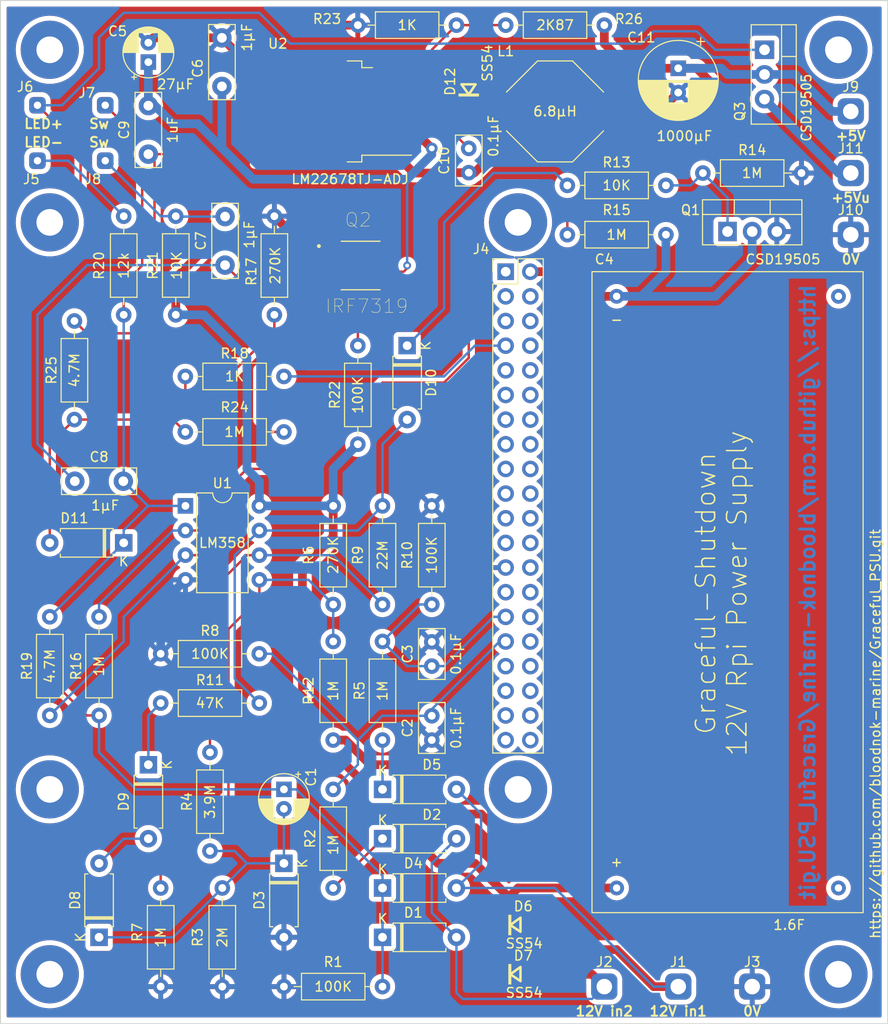
<source format=kicad_pcb>
(kicad_pcb (version 20211014) (generator pcbnew)
  (layers (0 "F.Cu" signal) (31 "B.Cu" signal) (34 "B.Paste" user) (35 "F.Paste" user) (36 "B.SilkS" user "B.Silkscreen") (37 "F.SilkS" user "F.Silkscreen") (38 "B.Mask" user) (39 "F.Mask" user) (44 "Edge.Cuts" user))
  (net 0 "")
  (net 1 "GND")
  (net 2 "Net-(C1-Pad1)")
  (net 3 "Net-(C10-Pad2)")
  (net 4 "Net-(C4-Pad2)")
  (net 5 "Net-(C2-Pad2)")
  (net 6 "Net-(C10-Pad1)")
  (net 7 "Net-(C5-Pad1)")
  (net 8 "Net-(C3-Pad1)")
  (net 9 "Net-(C4-Pad1)")
  (net 10 "Net-(D2-Pad1)")
  (net 11 "Net-(C8-Pad2)")
  (net 12 "Net-(D1-Pad2)")
  (net 13 "/A")
  (net 14 "Net-(C11-Pad1)")
  (net 15 "Net-(D4-Pad2)")
  (net 16 "Net-(D5-Pad1)")
  (net 22 "Net-(D9-Pad1)")
  (net 50 "/B")
  (net 54 "Net-(Q1-Pad1)")
  (net 55 "Net-(D11-Pad2)")
  (net 56 "Net-(J11-Pad1)")
  (net 57 "Net-(R4-Pad2)")
  (net 58 "Net-(D8-Pad2)")
  (net 59 "Net-(J5-Pad1)")
  (net 62 "Net-(D8-Pad1)")
  (net 63 "Net-(D10-Pad2)")
  (net 64 "Net-(D10-Pad1)")
  (net 65 "Net-(R15-Pad2)")
  (net 66 "Net-(R16-Pad2)")
  (net 67 "Net-(C9-Pad1)")
  (net 68 "Net-(J4-Pad7)")
  (net 69 "Net-(R23-Pad1)")
  (net 70 "Net-(R12-Pad1)")
  (footprint "Diode_THT:D_A-405_P7.62mm_Horizontal" (layer "F.Cu") (at 134.62 172.72)
    (fp_text reference "D4")
    (fp_text value "D" hide)
  )
  (footprint "Capacitor_THT:CP_Radial_D8.0mm_P2.50mm" (layer "F.Cu") (at 165.1 88.265 -90)
    (fp_text reference "C11")
    (fp_text value "1000μF")
  )
  (footprint "Resistor_THT:R_Axial_DIN0207_L6.3mm_D2.5mm_P10.16mm_Horizontal" (layer "F.Cu") (at 129.54 172.72 90)
    (fp_text reference "R2")
    (fp_text value "1M")
  )
  (footprint "Resistor_THT:R_Axial_DIN0207_L6.3mm_D2.5mm_P10.16mm_Horizontal" (layer "F.Cu") (at 134.62 182.88 180)
    (fp_text reference "R1")
    (fp_text value "100K")
  )
  (footprint "Resistor_THT:R_Axial_DIN0207_L6.3mm_D2.5mm_P10.16mm_Horizontal" (layer "F.Cu") (at 129.54 147.32 -90)
    (fp_text reference "R12")
    (fp_text value "1M")
  )
  (footprint "my_extras:DO-214AC" (layer "F.Cu") (at 148.59 176.53)
    (fp_text reference "D6")
    (fp_text value "SS54")
  )
  (footprint "Resistor_THT:R_Axial_DIN0207_L6.3mm_D2.5mm_P10.16mm_Horizontal" (layer "F.Cu") (at 113.315 113.665 90)
    (fp_text reference "R21")
    (fp_text value "10K")
  )
  (footprint "my_extras:SolderConnector - HighCurrent" (layer "F.Cu") (at 182.88 92.71)
    (fp_text reference "J9")
    (fp_text value "+5V" hide)
  )
  (footprint "Package_TO_SOT_THT:TO-220-3_Vertical" (layer "F.Cu") (at 170.18 105.085)
    (fp_text reference "Q1")
    (fp_text value "CSD19505")
  )
  (footprint "Resistor_THT:R_Axial_DIN0207_L6.3mm_D2.5mm_P10.16mm_Horizontal" (layer "F.Cu") (at 134.62 143.51 90)
    (fp_text reference "R9")
    (fp_text value "22M")
  )
  (footprint "my_extras:pihole" (layer "F.Cu") (at 100.33 162.56)
    (fp_text reference "REF**" hide)
    (fp_text value "pihole" hide)
  )
  (footprint "Resistor_THT:R_Axial_DIN0207_L6.3mm_D2.5mm_P10.16mm_Horizontal" (layer "F.Cu") (at 111.76 172.72 -90)
    (fp_text reference "R7")
    (fp_text value "1M")
  )
  (footprint "Capacitor_THT:C_Disc_D7.5mm_W2.5mm_P5.00mm" (layer "F.Cu") (at 110.49 97.115 90)
    (fp_text reference "C9")
    (fp_text value "1uF")
  )
  (footprint "Resistor_THT:R_Axial_DIN0207_L6.3mm_D2.5mm_P10.16mm_Horizontal" (layer "F.Cu") (at 139.7 133.35 -90)
    (fp_text reference "R10")
    (fp_text value "100K")
  )
  (footprint "Resistor_THT:R_Axial_DIN0207_L6.3mm_D2.5mm_P10.16mm_Horizontal" (layer "F.Cu") (at 147.32 83.82)
    (fp_text reference "R26")
    (fp_text value "2K87")
  )
  (footprint "Resistor_THT:R_Axial_DIN0207_L6.3mm_D2.5mm_P10.16mm_Horizontal" (layer "F.Cu") (at 105.41 154.94 90)
    (fp_text reference "R16")
    (fp_text value "1M")
  )
  (footprint "Package_DIP:DIP-8_W7.62mm" (layer "F.Cu") (at 114.31 133.35)
    (fp_text reference "U1")
    (fp_text value "LM358")
  )
  (footprint "my_extras:pihole" (layer "F.Cu") (at 100.33 104.14)
    (fp_text reference "REF**" hide)
    (fp_text value "pihole" hide)
  )
  (footprint "Resistor_THT:R_Axial_DIN0207_L6.3mm_D2.5mm_P10.16mm_Horizontal" (layer "F.Cu") (at 100.33 154.94 90)
    (fp_text reference "R19")
    (fp_text value "4.7M")
  )
  (footprint "Capacitor_THT:CP_Radial_D5.0mm_P2.00mm" (layer "F.Cu") (at 110.49 87.63 90)
    (fp_text reference "C5")
    (fp_text value "27μF")
  )
  (footprint "Resistor_THT:R_Axial_DIN0207_L6.3mm_D2.5mm_P10.16mm_Horizontal" (layer "F.Cu") (at 129.54 133.35 -90)
    (fp_text reference "R6")
    (fp_text value "270K")
  )
  (footprint "Capacitor_THT:C_Disc_D7.5mm_W2.5mm_P5.00mm" (layer "F.Cu") (at 118.07 90.13 90)
    (fp_text reference "C6")
    (fp_text value "1μF")
  )
  (footprint "my_extras:SolderConnector" (layer "F.Cu") (at 106.045 92.075)
    (fp_text reference "J7")
    (fp_text value "Sw" hide)
  )
  (footprint "Capacitor_THT:C_Disc_D5.0mm_W2.5mm_P2.50mm" (layer "F.Cu") (at 143.51 96.52 -90)
    (fp_text reference "C10")
    (fp_text value "0.1μF")
  )
  (footprint "Capacitor_THT:C_Disc_D7.5mm_W2.5mm_P5.00mm" (layer "F.Cu") (at 102.91 130.81)
    (fp_text reference "C8")
    (fp_text value "1μF")
  )
  (footprint "Resistor_THT:R_Axial_DIN0207_L6.3mm_D2.5mm_P10.16mm_Horizontal" (layer "F.Cu") (at 163.83 105.41 180)
    (fp_text reference "R15")
    (fp_text value "1M")
  )
  (footprint "Resistor_THT:R_Axial_DIN0207_L6.3mm_D2.5mm_P10.16mm_Horizontal" (layer "F.Cu") (at 124.46 125.73 180)
    (fp_text reference "R24")
    (fp_text value "1M")
  )
  (footprint "my_extras:SolderConnector - HighCurrent" (layer "F.Cu") (at 172.72 182.88)
    (fp_text reference "J3")
    (fp_text value "0v")
  )
  (footprint "" (layer "F.Cu") (at 181.61 181.61)
    (fp_text reference "")
    (fp_text value "")
  )
  (footprint "Resistor_THT:R_Axial_DIN0207_L6.3mm_D2.5mm_P10.16mm_Horizontal" (layer "F.Cu") (at 118.11 172.72 -90)
    (fp_text reference "R3")
    (fp_text value "2M")
  )
  (footprint "my_extras:pihole" (layer "F.Cu") (at 148.59 162.56)
    (fp_text reference "REF**" hide)
    (fp_text value "pihole" hide)
  )
  (footprint "my_extras:DO-214AC" (layer "F.Cu") (at 143.51 90.17 90)
    (fp_text reference "D12")
    (fp_text value "SS54")
  )
  (footprint "Diode_THT:D_A-405_P7.62mm_Horizontal" (layer "F.Cu") (at 134.62 177.8)
    (fp_text reference "D1")
    (fp_text value "D" hide)
  )
  (footprint "Package_TO_SOT_SMD:TO-263-7_TabPin8" (layer "F.Cu") (at 129.54 92.71 180)
    (fp_text reference "U2")
    (fp_text value "LM22678TJ-ADJ")
  )
  (footprint "Resistor_THT:R_Axial_DIN0207_L6.3mm_D2.5mm_P10.16mm_Horizontal" (layer "F.Cu") (at 107.95 103.505 -90)
    (fp_text reference "R20")
    (fp_text value "12k")
  )
  (footprint "Diode_THT:D_A-405_P7.62mm_Horizontal" (layer "F.Cu") (at 124.46 170.18 -90)
    (fp_text reference "D3")
    (fp_text value "D" hide)
  )
  (footprint "my_extras:DO-214AC" (layer "F.Cu") (at 148.59 181.61)
    (fp_text reference "D7")
    (fp_text value "SS54")
  )
  (footprint "" (layer "F.Cu") (at 100.33 181.61)
    (fp_text reference "")
    (fp_text value "")
  )
  (footprint "Diode_THT:D_A-405_P7.62mm_Horizontal" (layer "F.Cu") (at 137.16 116.84 -90)
    (fp_text reference "D10")
    (fp_text value "6.8V")
  )
  (footprint "my_extras:SOIC127P600X175-8N" (layer "F.Cu") (at 132.365 108.585)
    (fp_text reference "Q2")
    (fp_text value "IRF7319")
  )
  (footprint "Diode_THT:D_A-405_P7.62mm_Horizontal" (layer "F.Cu") (at 134.62 162.56)
    (fp_text reference "D5")
    (fp_text value "D")
  )
  (footprint "Diode_THT:D_A-405_P7.62mm_Horizontal" (layer "F.Cu") (at 105.41 177.8 90)
    (fp_text reference "D8")
    (fp_text value "6.8V")
  )
  (footprint "my_extras:SolderConnector - HighCurrent" (layer "F.Cu") (at 182.88 99.06)
    (fp_text reference "J11")
    (fp_text value "+5Vu" hide)
  )
  (footprint "Resistor_THT:R_Axial_DIN0207_L6.3mm_D2.5mm_P10.16mm_Horizontal" (layer "F.Cu") (at 153.67 100.33)
    (fp_text reference "R13")
    (fp_text value "10K")
  )
  (footprint "my_extras:SolderConnector" (layer "F.Cu") (at 99.06 92.075)
    (fp_text reference "J6")
    (fp_text value "LED+" hide)
  )
  (footprint "Diode_THT:D_A-405_P7.62mm_Horizontal" (layer "F.Cu") (at 107.95 137.16 180)
    (fp_text reference "D11")
    (fp_text value "D")
  )
  (footprint "Resistor_THT:R_Axial_DIN0207_L6.3mm_D2.5mm_P10.16mm_Horizontal" (layer "F.Cu") (at 116.84 168.91 90)
    (fp_text reference "R4")
    (fp_text value "3.9M")
  )
  (footprint "Connector_PinHeader_2.54mm:PinHeader_2x20_P2.54mm_Vertical" (layer "F.Cu") (at 147.315 109.225)
    (fp_text reference "J4")
    (fp_text value "Conn_02x20_Odd_Even" hide)
  )
  (footprint "Resistor_THT:R_Axial_DIN0207_L6.3mm_D2.5mm_P10.16mm_Horizontal" (layer "F.Cu") (at 114.3 120.015)
    (fp_text reference "R18")
    (fp_text value "1K")
  )
  (footprint "my_extras:pihole" (layer "F.Cu") (at 148.59 104.14)
    (fp_text reference "REF**" hide)
    (fp_text value "pihole" hide)
  )
  (footprint "Resistor_THT:R_Axial_DIN0207_L6.3mm_D2.5mm_P10.16mm_Horizontal" (layer "F.Cu") (at 142.24 83.82 180)
    (fp_text reference "R23")
    (fp_text value "1K")
  )
  (footprint "Resistor_THT:R_Axial_DIN0207_L6.3mm_D2.5mm_P10.16mm_Horizontal" (layer "F.Cu") (at 132.08 127 90)
    (fp_text reference "R22")
    (fp_text value "100K")
  )
  (footprint "my_extras:SolderConnector - HighCurrent" (layer "F.Cu") (at 182.88 105.41)
    (fp_text reference "J10")
    (fp_text value "0V" hide)
  )
  (footprint "Resistor_THT:R_Axial_DIN0207_L6.3mm_D2.5mm_P10.16mm_Horizontal" (layer "F.Cu") (at 134.62 157.48 90)
    (fp_text reference "R5")
    (fp_text value "1M")
  )
  (footprint "" (layer "F.Cu") (at 100.33 86.36)
    (fp_text reference "")
    (fp_text value "")
  )
  (footprint "Capacitor_THT:C_Disc_D7.5mm_W2.5mm_P5.00mm" (layer "F.Cu") (at 118.395 108.545 90)
    (fp_text reference "C7")
    (fp_text value "1μF")
  )
  (footprint "" (layer "F.Cu") (at 181.61 86.36)
    (fp_text reference "")
    (fp_text value "")
  )
  (footprint "Capacitor_THT:C_Disc_D5.0mm_W2.5mm_P2.50mm" (layer "F.Cu") (at 139.7 149.86 90)
    (fp_text reference "C3")
    (fp_text value "0.1μF")
  )
  (footprint "Resistor_THT:R_Axial_DIN0207_L6.3mm_D2.5mm_P10.16mm_Horizontal" (layer "F.Cu") (at 111.76 153.67)
    (fp_text reference "R11")
    (fp_text value "47K")
  )
  (footprint "Package_TO_SOT_THT:TO-220-3_Vertical" (layer "F.Cu") (at 173.99 86.36 -90)
    (fp_text reference "Q3")
    (fp_text value "CSD19505")
  )
  (footprint "Resistor_THT:R_Axial_DIN0207_L6.3mm_D2.5mm_P10.16mm_Horizontal" (layer "F.Cu") (at 102.87 124.46 90)
    (fp_text reference "R25")
    (fp_text value "4.7M")
  )
  (footprint "my_extras:SolderConnector" (layer "F.Cu") (at 106.045 97.79)
    (fp_text reference "J8")
    (fp_text value "Sw" hide)
  )
  (footprint "Resistor_THT:R_Axial_DIN0207_L6.3mm_D2.5mm_P10.16mm_Horizontal" (layer "F.Cu") (at 111.76 148.59)
    (fp_text reference "R8")
    (fp_text value "100K")
  )
  (footprint "Diode_THT:D_A-405_P7.62mm_Horizontal" (layer "F.Cu") (at 134.62 167.64)
    (fp_text reference "D2")
    (fp_text value "D" hide)
  )
  (footprint "Capacitor_THT:CP_Radial_D5.0mm_P2.00mm" (layer "F.Cu") (at 124.46 162.56 -90)
    (fp_text reference "C1")
    (fp_text value "10uF")
  )
  (footprint "Inductor_SMD:L_Bourns-SRU1028_10.0x10.0mm" (layer "F.Cu") (at 152.4 92.71)
    (fp_text reference "L1")
    (fp_text value "6.8μH")
  )
  (footprint "Capacitor_THT:C_Disc_D5.0mm_W2.5mm_P2.50mm" (layer "F.Cu") (at 139.7 157.48 90)
    (fp_text reference "C2")
    (fp_text value "0.1μF")
  )
  (footprint "my_extras:SolderConnector - HighCurrent" (layer "F.Cu") (at 157.48 182.88)
    (fp_text reference "J2")
    (fp_text value "+12V in2" hide)
  )
  (footprint "my_extras:SuperCapacitor Module" (layer "F.Cu") (at 168.91 154.94 180)
    (fp_text reference "C4")
    (fp_text value "1.6F")
  )
  (footprint "Resistor_THT:R_Axial_DIN0207_L6.3mm_D2.5mm_P10.16mm_Horizontal" (layer "F.Cu") (at 123.475 113.665 90)
    (fp_text reference "R17")
    (fp_text value "270K")
  )
  (footprint "my_extras:SolderConnector - HighCurrent" (layer "F.Cu") (at 165.1 182.88)
    (fp_text reference "J1")
    (fp_text value "+12V in1" hide)
  )
  (footprint "my_extras:SolderConnector" (layer "F.Cu") (at 99.06 97.79)
    (fp_text reference "J5")
    (fp_text value "LED-" hide)
  )
  (footprint "Resistor_THT:R_Axial_DIN0207_L6.3mm_D2.5mm_P10.16mm_Horizontal" (layer "F.Cu") (at 167.64 99.06)
    (fp_text reference "R14")
    (fp_text value "1M")
  )
  (footprint "Diode_THT:D_A-405_P7.62mm_Horizontal" (layer "F.Cu") (at 110.49 160.02 -90)
    (fp_text reference "D9")
    (fp_text value "D")
  )
  (gr_rect (start 186.69 81.28) (end 95.25 186.69) (layer "Edge.Cuts") (width 0.1) (fill none))
  (gr_text "https://github.com/bloodnok-marine/Graceful_PSU.git" (at 178.435 142.24 90) (layer "B.Cu") (effects (font (size 1.5 1.5) (thickness 0.3)) (justify mirror)))
  (gr_text "12V in2" (at 157.48 185.42) (layer "F.SilkS") (effects (font (size 1 1) (thickness 0.2))))
  (gr_text "LED+" (at 99.695 93.98) (layer "F.SilkS") (effects (font (size 1 1) (thickness 0.2))))
  (gr_text "+5V" (at 182.88 95.25) (layer "F.SilkS") (effects (font (size 1 1) (thickness 0.2))))
  (gr_text "https://github.com/bloodnok-marine/Graceful_PSU.git\n" (at 185.42 156.845 90) (layer "F.SilkS") (effects (font (size 1 1))))
  (gr_text "12V in1" (at 165.1 185.42) (layer "F.SilkS") (effects (font (size 1 1) (thickness 0.2))))
  (gr_text "+5Vu" (at 182.88 101.6) (layer "F.SilkS") (effects (font (size 1 1) (thickness 0.2))))
  (gr_text "LED-" (at 99.695 95.885) (layer "F.SilkS") (effects (font (size 1 1) (thickness 0.2))))
  (gr_text "0V" (at 172.72 185.42) (layer "F.SilkS") (effects (font (size 1 1) (thickness 0.2))))
  (gr_text "Sw" (at 105.41 93.98) (layer "F.SilkS") (effects (font (size 1 1) (thickness 0.2))))
  (gr_text "Graceful-Shutdown \n12V Rpi Power Supply " (at 169.545 141.605 90) (layer "F.SilkS") (effects (font (size 2 2))))
  (gr_text "Sw" (at 105.41 95.885) (layer "F.SilkS") (effects (font (size 1 1) (thickness 0.2))))
  (gr_text "0V" (at 182.88 107.95) (layer "F.SilkS") (effects (font (size 1 1) (thickness 0.2))))
  (segment (start 153.035 94.615) (end 154.305 95.885) (width 0.9) (layer "F.Cu") (net 1))
  (segment (start 153.035 90.805) (end 153.035 94.615) (width 0.9) (layer "F.Cu") (net 1))
  (segment (start 135.315 92.71) (end 126.165 92.71) (width 0.9) (layer "F.Cu") (net 1))
  (segment (start 154.305 95.885) (end 159.98 95.885) (width 0.9) (layer "F.Cu") (net 1))
  (segment (start 126.65 106.68) (end 123.475 103.505) (width 0.9) (layer "F.Cu") (net 1))
  (segment (start 110.99 85.13) (end 110.49 85.63) (width 0.9) (layer "F.Cu") (net 1))
  (segment (start 129.54 83.82) (end 126.165 87.195) (width 0.9) (layer "F.Cu") (net 1))
  (segment (start 159.98 95.885) (end 165.1 90.765) (width 0.9) (layer "F.Cu") (net 1))
  (segment (start 118.07 85.13) (end 110.99 85.13) (width 0.9) (layer "F.Cu") (net 1))
  (segment (start 135.315 92.71) (end 138.92 92.71) (width 0.9) (layer "F.Cu") (net 1))
  (segment (start 126.165 87.195) (end 126.165 92.71) (width 0.9) (layer "F.Cu") (net 1))
  (segment (start 125.65 92.71) (end 126.165 92.71) (width 0.9) (layer "F.Cu") (net 1))
  (segment (start 129.89 106.68) (end 126.65 106.68) (width 0.9) (layer "F.Cu") (net 1))
  (segment (start 118.07 85.13) (end 125.65 92.71) (width 0.9) (layer "F.Cu") (net 1))
  (segment (start 138.92 92.71) (end 143.51 88.12) (width 0.9) (layer "F.Cu") (net 1))
  (segment (start 150.35 88.12) (end 153.035 90.805) (width 0.9) (layer "F.Cu") (net 1))
  (segment (start 143.51 88.12) (end 150.35 88.12) (width 0.9) (layer "F.Cu") (net 1))
  (segment (start 132.08 83.82) (end 129.54 83.82) (width 0.9) (layer "F.Cu") (net 1))
  (segment (start 111.76 148.59) (end 111.76 143.52) (width 0.9) (layer "B.Cu") (net 1))
  (segment (start 111.76 143.52) (end 114.31 140.97) (width 0.9) (layer "B.Cu") (net 1))
  (segment (start 103.505 96.52) (end 103.505 101.6) (width 0.25) (layer "F.Cu") (net 2))
  (segment (start 104.775 106.045) (end 97.79 113.03) (width 0.25) (layer "F.Cu") (net 2))
  (segment (start 97.79 113.03) (end 97.79 119.38) (width 0.25) (layer "F.Cu") (net 2))
  (segment (start 99.06 92.075) (end 103.505 96.52) (width 0.25) (layer "F.Cu") (net 2))
  (segment (start 103.505 101.6) (end 104.775 102.87) (width 0.25) (layer "F.Cu") (net 2))
  (segment (start 104.775 102.87) (end 104.775 106.045) (width 0.25) (layer "F.Cu") (net 2))
  (segment (start 97.79 148.59) (end 97.79 118.11) (width 0.25) (layer "F.Cu") (net 2))
  (segment (start 105.41 154.94) (end 104.14 154.94) (width 0.25) (layer "F.Cu") (net 2))
  (segment (start 104.14 154.94) (end 97.79 148.59) (width 0.25) (layer "F.Cu") (net 2))
  (segment (start 101.6 92.075) (end 99.06 92.075) (width 0.25) (layer "B.Cu") (net 2))
  (segment (start 167.005 84.455) (end 162.56 84.455) (width 0.25) (layer "B.Cu") (net 2))
  (segment (start 134.62 177.8) (end 134.62 182.88) (width 0.25) (layer "B.Cu") (net 2))
  (segment (start 161.29 85.725) (end 125.095 85.725) (width 0.25) (layer "B.Cu") (net 2))
  (segment (start 134.62 172.72) (end 134.62 177.8) (width 0.25) (layer "B.Cu") (net 2))
  (segment (start 134.62 171.45) (end 125.73 162.56) (width 0.25) (layer "B.Cu") (net 2))
  (segment (start 121.92 82.55) (end 107.95 82.55) (width 0.25) (layer "B.Cu") (net 2))
  (segment (start 125.095 85.725) (end 121.92 82.55) (width 0.25) (layer "B.Cu") (net 2))
  (segment (start 125.73 162.56) (end 124.46 162.56) (width 0.25) (layer "B.Cu") (net 2))
  (segment (start 105.41 88.265) (end 101.6 92.075) (width 0.25) (layer "B.Cu") (net 2))
  (segment (start 124.46 162.56) (end 109.22 162.56) (width 0.25) (layer "B.Cu") (net 2))
  (segment (start 168.91 86.36) (end 167.005 84.455) (width 0.25) (layer "B.Cu") (net 2))
  (segment (start 162.56 84.455) (end 161.29 85.725) (width 0.25) (layer "B.Cu") (net 2))
  (segment (start 173.99 86.36) (end 168.91 86.36) (width 0.25) (layer "B.Cu") (net 2))
  (segment (start 105.41 85.09) (end 105.41 88.265) (width 0.25) (layer "B.Cu") (net 2))
  (segment (start 134.62 172.72) (end 134.62 171.45) (width 0.25) (layer "B.Cu") (net 2))
  (segment (start 107.95 82.55) (end 105.41 85.09) (width 0.25) (layer "B.Cu") (net 2))
  (segment (start 105.41 158.75) (end 105.41 154.94) (width 0.25) (layer "B.Cu") (net 2))
  (segment (start 109.22 162.56) (end 105.41 158.75) (width 0.25) (layer "B.Cu") (net 2))
  (segment (start 143.51 99.02) (end 144.105 99.02) (width 0.9) (layer "F.Cu") (net 3))
  (segment (start 141.01 99.02) (end 143.51 99.02) (width 0.9) (layer "F.Cu") (net 3))
  (segment (start 147.9 95.225) (end 147.9 92.71) (width 0.9) (layer "F.Cu") (net 3))
  (segment (start 143.51 92.22) (end 147.41 92.22) (width 0.9) (layer "F.Cu") (net 3))
  (segment (start 140.97 99.06) (end 141.01 99.02) (width 0.9) (layer "F.Cu") (net 3))
  (segment (start 144.105 99.02) (end 147.9 95.225) (width 0.9) (layer "F.Cu") (net 3))
  (segment (start 147.41 92.22) (end 147.9 92.71) (width 0.9) (layer "F.Cu") (net 3))
  (segment (start 137.855 99.06) (end 135.315 96.52) (width 0.9) (layer "F.Cu") (net 3))
  (segment (start 140.97 99.06) (end 137.855 99.06) (width 0.9) (layer "F.Cu") (net 3))
  (segment (start 151.13 167.64) (end 147.32 167.64) (width 0.9) (layer "F.Cu") (net 4))
  (segment (start 130.81 157.48) (end 133.35 160.02) (width 0.9) (layer "F.Cu") (net 4))
  (segment (start 136.525 160.02) (end 133.35 160.02) (width 0.9) (layer "F.Cu") (net 4))
  (segment (start 157.48 111.76) (end 153.67 115.57) (width 0.9) (layer "F.Cu") (net 4))
  (segment (start 147.32 167.64) (end 144.78 165.1) (width 0.9) (layer "F.Cu") (net 4))
  (segment (start 153.67 165.1) (end 151.13 167.64) (width 0.9) (layer "F.Cu") (net 4))
  (segment (start 141.605 165.1) (end 136.525 160.02) (width 0.9) (layer "F.Cu") (net 4))
  (segment (start 153.67 115.57) (end 153.67 165.1) (width 0.9) (layer "F.Cu") (net 4))
  (segment (start 129.54 157.48) (end 130.81 157.48) (width 0.9) (layer "F.Cu") (net 4))
  (segment (start 158.75 111.76) (end 157.48 111.76) (width 0.9) (layer "F.Cu") (net 4))
  (segment (start 144.78 165.1) (end 141.605 165.1) (width 0.9) (layer "F.Cu") (net 4))
  (segment (start 161.29 111.76) (end 168.91 111.76) (width 0.9) (layer "B.Cu") (net 4))
  (segment (start 168.91 111.76) (end 172.72 107.95) (width 0.9) (layer "B.Cu") (net 4))
  (segment (start 163.83 109.22) (end 161.29 111.76) (width 0.9) (layer "B.Cu") (net 4))
  (segment (start 158.75 111.76) (end 161.29 111.76) (width 0.9) (layer "B.Cu") (net 4))
  (segment (start 163.83 105.41) (end 163.83 109.22) (width 0.9) (layer "B.Cu") (net 4))
  (segment (start 172.72 107.95) (end 172.72 105.085) (width 0.9) (layer "B.Cu") (net 4))
  (segment (start 147.315 147.325) (end 146.68 147.325) (width 0.25) (layer "B.Cu") (net 5))
  (segment (start 121.92 148.59) (end 123.19 148.59) (width 0.25) (layer "B.Cu") (net 5))
  (segment (start 134.58 154.98) (end 132.08 157.48) (width 0.25) (layer "B.Cu") (net 5))
  (segment (start 132.08 157.48) (end 132.08 160.02) (width 0.25) (layer "B.Cu") (net 5))
  (segment (start 132.08 160.02) (end 129.54 162.56) (width 0.25) (layer "B.Cu") (net 5))
  (segment (start 139.7 154.98) (end 134.58 154.98) (width 0.25) (layer "B.Cu") (net 5))
  (segment (start 139.7 154.305) (end 139.7 154.98) (width 0.25) (layer "B.Cu") (net 5))
  (segment (start 146.68 147.325) (end 139.7 154.305) (width 0.25) (layer "B.Cu") (net 5))
  (segment (start 123.19 148.59) (end 132.08 157.48) (width 0.25) (layer "B.Cu") (net 5))
  (segment (start 140.97 93.98) (end 143.51 96.52) (width 0.25) (layer "F.Cu") (net 6))
  (segment (start 135.315 93.98) (end 140.97 93.98) (width 0.25) (layer "F.Cu") (net 6))
  (segment (start 137.445 108.585) (end 136.81 109.22) (width 0.25) (layer "F.Cu") (net 7))
  (segment (start 137.445 108.585) (end 137.16 108.585) (width 0.25) (layer "F.Cu") (net 7))
  (segment (start 134.84 109.22) (end 136.81 109.22) (width 0.25) (layer "F.Cu") (net 7))
  (segment (start 133.985 118.745) (end 127 118.745) (width 0.25) (layer "F.Cu") (net 7))
  (segment (start 135.315 95.25) (end 138.43 95.25) (width 0.9) (layer "F.Cu") (net 7))
  (segment (start 134.84 109.22) (end 134.84 110.49) (width 0.25) (layer "F.Cu") (net 7))
  (segment (start 121.92 124.46) (end 123.19 125.73) (width 0.25) (layer "F.Cu") (net 7))
  (segment (start 121.92 119.38) (end 121.92 124.46) (width 0.25) (layer "F.Cu") (net 7))
  (segment (start 123.19 125.73) (end 124.46 125.73) (width 0.25) (layer "F.Cu") (net 7))
  (segment (start 134.84 110.49) (end 134.84 117.89) (width 0.25) (layer "F.Cu") (net 7))
  (segment (start 127 118.745) (end 126.365 118.11) (width 0.25) (layer "F.Cu") (net 7))
  (segment (start 138.43 95.25) (end 139.7 96.52) (width 0.9) (layer "F.Cu") (net 7))
  (segment (start 126.365 118.11) (end 123.19 118.11) (width 0.25) (layer "F.Cu") (net 7))
  (segment (start 123.19 118.11) (end 121.92 119.38) (width 0.25) (layer "F.Cu") (net 7))
  (segment (start 134.84 117.89) (end 133.985 118.745) (width 0.25) (layer "F.Cu") (net 7))
  (via (at 139.7 96.52) (size 1.2) (drill 0.6) (layers "F.Cu" "B.Cu") (net 7))
  (via (at 137.16 108.585) (size 0.8) (drill 0.4) (layers "F.Cu" "B.Cu") (net 7))
  (segment (start 113.03 93.98) (end 115.57 93.98) (width 0.9) (layer "B.Cu") (net 7))
  (segment (start 115.57 93.98) (end 118.07 96.48) (width 0.9) (layer "B.Cu") (net 7))
  (segment (start 137.16 99.695) (end 121.285 99.695) (width 0.9) (layer "B.Cu") (net 7))
  (segment (start 110.49 91.44) (end 113.03 93.98) (width 0.9) (layer "B.Cu") (net 7))
  (segment (start 139.7 97.155) (end 137.16 99.695) (width 0.9) (layer "B.Cu") (net 7))
  (segment (start 121.285 99.695) (end 118.07 96.48) (width 0.9) (layer "B.Cu") (net 7))
  (segment (start 110.49 87.63) (end 110.49 91.44) (width 0.9) (layer "B.Cu") (net 7))
  (segment (start 118.07 96.48) (end 118.07 90.13) (width 0.9) (layer "B.Cu") (net 7))
  (segment (start 139.7 96.52) (end 139.7 97.155) (width 0.9) (layer "B.Cu") (net 7))
  (segment (start 137.16 108.585) (end 137.16 99.695) (width 0.25) (layer "B.Cu") (net 7))
  (segment (start 146.045 144.785) (end 140.97 149.86) (width 0.25) (layer "B.Cu") (net 8))
  (segment (start 140.97 149.86) (end 139.7 149.86) (width 0.25) (layer "B.Cu") (net 8))
  (segment (start 139.7 143.51) (end 138.43 143.51) (width 0.25) (layer "B.Cu") (net 8))
  (segment (start 147.315 144.785) (end 146.045 144.785) (width 0.25) (layer "B.Cu") (net 8))
  (segment (start 139.7 149.86) (end 137.16 149.86) (width 0.25) (layer "B.Cu") (net 8))
  (segment (start 137.16 149.86) (end 134.62 147.32) (width 0.25) (layer "B.Cu") (net 8))
  (segment (start 138.43 143.51) (end 134.62 147.32) (width 0.25) (layer "B.Cu") (net 8))
  (segment (start 147.6375 173.6725) (end 147.955 173.355) (width 0.9) (layer "F.Cu") (net 9))
  (segment (start 148.59 172.72) (end 158.75 172.72) (width 0.9) (layer "F.Cu") (net 9))
  (segment (start 138.43 168.275) (end 138.43 166.37) (width 0.9) (layer "F.Cu") (net 9))
  (segment (start 126.365 139.7) (end 129.54 136.525) (width 0.9) (layer "F.Cu") (net 9))
  (segment (start 132.08 161.29) (end 130.81 160.02) (width 0.9) (layer "F.Cu") (net 9))
  (segment (start 119.665 106.045) (end 117.125 106.045) (width 0.9) (layer "F.Cu") (net 9))
  (segment (start 133.35 165.1) (end 132.08 163.83) (width 0.9) (layer "F.Cu") (net 9))
  (segment (start 122.84 109.22) (end 119.665 106.045) (width 0.9) (layer "F.Cu") (net 9))
  (segment (start 138.43 166.37) (end 137.16 165.1) (width 0.9) (layer "F.Cu") (net 9))
  (segment (start 126.365 159.385) (end 126.365 139.7) (width 0.9) (layer "F.Cu") (net 9))
  (segment (start 147.6375 173.6725) (end 144.145 170.18) (width 0.9) (layer "F.Cu") (net 9))
  (segment (start 144.145 170.18) (end 140.335 170.18) (width 0.9) (layer "F.Cu") (net 9))
  (segment (start 147.955 173.355) (end 148.59 172.72) (width 0.9) (layer "F.Cu") (net 9))
  (segment (start 137.16 165.1) (end 133.35 165.1) (width 0.9) (layer "F.Cu") (net 9))
  (segment (start 130.81 160.02) (end 127 160.02) (width 0.9) (layer "F.Cu") (net 9))
  (segment (start 117.125 106.045) (end 113.315 109.855) (width 0.9) (layer "F.Cu") (net 9))
  (segment (start 146.54 176.53) (end 146.54 181.61) (width 0.9) (layer "F.Cu") (net 9))
  (segment (start 146.54 174.77) (end 147.6375 173.6725) (width 0.9) (layer "F.Cu") (net 9))
  (segment (start 132.08 163.83) (end 132.08 161.29) (width 0.9) (layer "F.Cu") (net 9))
  (segment (start 146.54 176.53) (end 146.54 174.77) (width 0.9) (layer "F.Cu") (net 9))
  (segment (start 129.89 109.22) (end 122.84 109.22) (width 0.9) (layer "F.Cu") (net 9))
  (segment (start 129.54 136.525) (end 129.54 133.35) (width 0.9) (layer "F.Cu") (net 9))
  (segment (start 140.335 170.18) (end 138.43 168.275) (width 0.9) (layer "F.Cu") (net 9))
  (segment (start 127 160.02) (end 126.365 159.385) (width 0.9) (layer "F.Cu") (net 9))
  (segment (start 113.315 109.855) (end 113.315 113.665) (width 0.9) (layer "F.Cu") (net 9))
  (segment (start 120.65 129.54) (end 121.93 130.82) (width 0.9) (layer "B.Cu") (net 9))
  (segment (start 129.54 129.54) (end 132.08 127) (width 0.9) (layer "B.Cu") (net 9))
  (segment (start 120.65 118.11) (end 120.65 129.54) (width 0.9) (layer "B.Cu") (net 9))
  (segment (start 113.315 113.665) (end 116.205 113.665) (width 0.9) (layer "B.Cu") (net 9))
  (segment (start 116.205 113.665) (end 120.65 118.11) (width 0.9) (layer "B.Cu") (net 9))
  (segment (start 121.93 133.35) (end 129.54 133.35) (width 0.9) (layer "B.Cu") (net 9))
  (segment (start 121.93 130.82) (end 121.93 133.35) (width 0.9) (layer "B.Cu") (net 9))
  (segment (start 129.54 133.35) (end 129.54 129.54) (width 0.9) (layer "B.Cu") (net 9))
  (segment (start 129.54 172.72) (end 134.62 167.64) (width 0.25) (layer "F.Cu") (net 10))
  (segment (start 107.95 110.49) (end 109.855 108.585) (width 0.25) (layer "F.Cu") (net 11))
  (segment (start 109.855 108.585) (end 109.855 99.695) (width 0.25) (layer "F.Cu") (net 11))
  (segment (start 107.95 110.49) (end 107.95 113.665) (width 0.25) (layer "F.Cu") (net 11))
  (segment (start 107.95 97.79) (end 107.95 93.98) (width 0.25) (layer "F.Cu") (net 11))
  (segment (start 107.95 93.98) (end 106.045 92.075) (width 0.25) (layer "F.Cu") (net 11))
  (segment (start 109.855 99.695) (end 107.95 97.79) (width 0.25) (layer "F.Cu") (net 11))
  (segment (start 110.49 133.35) (end 110.45 133.35) (width 0.25) (layer "B.Cu") (net 11))
  (segment (start 107.95 113.665) (end 107.95 130.77) (width 0.25) (layer "B.Cu") (net 11))
  (segment (start 107.95 135.85) (end 110.45 133.35) (width 0.25) (layer "B.Cu") (net 11))
  (segment (start 110.45 133.35) (end 107.91 130.81) (width 0.25) (layer "B.Cu") (net 11))
  (segment (start 114.31 133.35) (end 110.49 133.35) (width 0.25) (layer "B.Cu") (net 11))
  (segment (start 100.33 144.78) (end 107.95 137.16) (width 0.25) (layer "B.Cu") (net 11))
  (segment (start 107.95 130.77) (end 107.91 130.81) (width 0.25) (layer "B.Cu") (net 11))
  (segment (start 107.95 137.16) (end 107.95 135.85) (width 0.25) (layer "B.Cu") (net 11))
  (segment (start 150.64 181.61) (end 156.21 181.61) (width 0.9) (layer "F.Cu") (net 12))
  (segment (start 156.21 181.61) (end 157.48 182.88) (width 0.9) (layer "F.Cu") (net 12))
  (segment (start 139.7 175.26) (end 142.24 177.8) (width 0.25) (layer "B.Cu") (net 12))
  (segment (start 142.875 184.15) (end 156.21 184.15) (width 0.25) (layer "B.Cu") (net 12))
  (segment (start 139.7 170.18) (end 139.7 175.26) (width 0.25) (layer "B.Cu") (net 12))
  (segment (start 156.21 184.15) (end 157.48 182.88) (width 0.25) (layer "B.Cu") (net 12))
  (segment (start 142.24 183.515) (end 142.875 184.15) (width 0.25) (layer "B.Cu") (net 12))
  (segment (start 142.24 167.64) (end 139.7 170.18) (width 0.25) (layer "B.Cu") (net 12))
  (segment (start 142.24 177.8) (end 142.24 183.515) (width 0.25) (layer "B.Cu") (net 12))
  (segment (start 131.73 110.49) (end 132.365 109.855) (width 0.25) (layer "F.Cu") (net 13))
  (segment (start 132.365 108.585) (end 133 107.95) (width 0.25) (layer "F.Cu") (net 13))
  (segment (start 120.34 110.49) (end 118.395 108.545) (width 0.25) (layer "F.Cu") (net 13))
  (segment (start 134.84 106.68) (end 134.84 107.95) (width 0.25) (layer "F.Cu") (net 13))
  (segment (start 131.73 110.49) (end 132.08 110.84) (width 0.25) (layer "F.Cu") (net 13))
  (segment (start 129.89 110.49) (end 120.34 110.49) (width 0.25) (layer "F.Cu") (net 13))
  (segment (start 133 107.95) (end 134.84 107.95) (width 0.25) (layer "F.Cu") (net 13))
  (segment (start 132.08 110.84) (end 132.08 116.84) (width 0.25) (layer "F.Cu") (net 13))
  (segment (start 129.89 110.49) (end 131.73 110.49) (width 0.25) (layer "F.Cu") (net 13))
  (segment (start 132.365 109.855) (end 132.365 108.585) (width 0.25) (layer "F.Cu") (net 13))
  (segment (start 104.18 108.545) (end 99.06 113.665) (width 0.25) (layer "B.Cu") (net 13))
  (segment (start 99.06 113.665) (end 99.06 126.96) (width 0.25) (layer "B.Cu") (net 13))
  (segment (start 118.395 108.545) (end 104.18 108.545) (width 0.25) (layer "B.Cu") (net 13))
  (segment (start 99.06 126.96) (end 102.91 130.81) (width 0.25) (layer "B.Cu") (net 13))
  (segment (start 157.48 85.725) (end 160.655 88.9) (width 0.9) (layer "F.Cu") (net 14))
  (segment (start 165.1 88.265) (end 167.005 88.265) (width 0.9) (layer "F.Cu") (net 14))
  (segment (start 154.935 109.225) (end 149.855 109.225) (width 0.9) (layer "F.Cu") (net 14))
  (segment (start 158.115 106.045) (end 154.935 109.225) (width 0.9) (layer "F.Cu") (net 14))
  (segment (start 168.275 89.535) (end 168.275 92.075) (width 0.9) (layer "F.Cu") (net 14))
  (segment (start 156.9 92.71) (end 156.9 92.655) (width 0.9) (layer "F.Cu") (net 14))
  (segment (start 160.655 88.9) (end 161.29 88.265) (width 0.9) (layer "F.Cu") (net 14))
  (segment (start 156.9 92.655) (end 160.655 88.9) (width 0.9) (layer "F.Cu") (net 14))
  (segment (start 158.115 102.235) (end 158.115 106.045) (width 0.9) (layer "F.Cu") (net 14))
  (segment (start 157.48 83.82) (end 157.48 85.725) (width 0.9) (layer "F.Cu") (net 14))
  (segment (start 168.275 92.075) (end 158.115 102.235) (width 0.9) (layer "F.Cu") (net 14))
  (segment (start 161.29 88.265) (end 165.1 88.265) (width 0.9) (layer "F.Cu") (net 14))
  (segment (start 167.005 88.265) (end 168.275 89.535) (width 0.9) (layer "F.Cu") (net 14))
  (segment (start 180.975 92.71) (end 182.88 92.71) (width 0.9) (layer "B.Cu") (net 14))
  (segment (start 173.99 88.9) (end 177.165 88.9) (width 0.9) (layer "B.Cu") (net 14))
  (segment (start 170.18 88.9) (end 169.545 88.265) (width 0.9) (layer "B.Cu") (net 14))
  (segment (start 169.545 88.265) (end 165.1 88.265) (width 0.9) (layer "B.Cu") (net 14))
  (segment (start 177.165 88.9) (end 180.975 92.71) (width 0.9) (layer "B.Cu") (net 14))
  (segment (start 170.18 88.9) (end 173.99 88.9) (width 0.9) (layer "B.Cu") (net 14))
  (segment (start 153.18 179.07) (end 150.64 176.53) (width 0.9) (layer "F.Cu") (net 15))
  (segment (start 158.75 179.07) (end 153.18 179.07) (width 0.9) (layer "F.Cu") (net 15))
  (segment (start 165.1 182.88) (end 162.56 182.88) (width 0.9) (layer "F.Cu") (net 15))
  (segment (start 162.56 182.88) (end 158.75 179.07) (width 0.9) (layer "F.Cu") (net 15))
  (segment (start 144.78 170.18) (end 142.24 172.72) (width 0.25) (layer "B.Cu") (net 15))
  (segment (start 144.78 165.1) (end 144.78 170.18) (width 0.25) (layer "B.Cu") (net 15))
  (segment (start 142.24 172.72) (end 152.4 172.72) (width 0.25) (layer "B.Cu") (net 15))
  (segment (start 142.24 162.56) (end 144.78 165.1) (width 0.25) (layer "B.Cu") (net 15))
  (segment (start 162.56 182.88) (end 165.1 182.88) (width 0.25) (layer "B.Cu") (net 15))
  (segment (start 152.4 172.72) (end 162.56 182.88) (width 0.25) (layer "B.Cu") (net 15))
  (segment (start 134.62 157.48) (end 134.62 162.56) (width 0.25) (layer "B.Cu") (net 16))
  (segment (start 110.49 160.02) (end 110.49 154.94) (width 0.25) (layer "B.Cu") (net 22))
  (segment (start 110.49 154.94) (end 111.76 153.67) (width 0.25) (layer "B.Cu") (net 22))
  (segment (start 113.355 103.545) (end 113.315 103.505) (width 0.25) (layer "B.Cu") (net 50))
  (segment (start 111.76 103.505) (end 113.315 103.505) (width 0.25) (layer "B.Cu") (net 50))
  (segment (start 118.395 103.545) (end 113.355 103.545) (width 0.25) (layer "B.Cu") (net 50))
  (segment (start 106.045 97.79) (end 111.76 103.505) (width 0.25) (layer "B.Cu") (net 50))
  (segment (start 163.83 100.33) (end 166.37 100.33) (width 0.25) (layer "B.Cu") (net 54))
  (segment (start 170.18 101.6) (end 167.64 99.06) (width 0.25) (layer "B.Cu") (net 54))
  (segment (start 170.18 105.085) (end 170.18 101.6) (width 0.25) (layer "B.Cu") (net 54))
  (segment (start 166.37 100.33) (end 167.64 99.06) (width 0.25) (layer "B.Cu") (net 54))
  (segment (start 100.33 127) (end 100.33 137.16) (width 0.25) (layer "F.Cu") (net 55))
  (segment (start 113.03 124.46) (end 114.3 125.73) (width 0.25) (layer "F.Cu") (net 55))
  (segment (start 102.87 124.46) (end 113.03 124.46) (width 0.25) (layer "F.Cu") (net 55))
  (segment (start 114.3 123.19) (end 114.3 120.015) (width 0.25) (layer "F.Cu") (net 55))
  (segment (start 102.87 124.46) (end 100.33 127) (width 0.25) (layer "F.Cu") (net 55))
  (segment (start 113.03 124.46) (end 114.3 123.19) (width 0.25) (layer "F.Cu") (net 55))
  (segment (start 173.99 91.44) (end 181.61 99.06) (width 0.9) (layer "B.Cu") (net 56))
  (segment (start 181.61 99.06) (end 182.88 99.06) (width 0.9) (layer "B.Cu") (net 56))
  (segment (start 116.84 142.24) (end 116.84 158.75) (width 0.25) (layer "F.Cu") (net 57))
  (segment (start 121.93 138.43) (end 120.65 138.43) (width 0.25) (layer "F.Cu") (net 57))
  (segment (start 120.65 138.43) (end 116.84 142.24) (width 0.25) (layer "F.Cu") (net 57))
  (segment (start 129.54 138.43) (end 134.62 143.51) (width 0.25) (layer "B.Cu") (net 57))
  (segment (start 121.93 138.43) (end 129.54 138.43) (width 0.25) (layer "B.Cu") (net 57))
  (segment (start 110.49 167.64) (end 107.95 167.64) (width 0.25) (layer "B.Cu") (net 58))
  (segment (start 107.95 167.64) (end 105.41 170.18) (width 0.25) (layer "B.Cu") (net 58))
  (segment (start 107.95 103.505) (end 102.235 97.79) (width 0.25) (layer "B.Cu") (net 59))
  (segment (start 102.235 97.79) (end 99.06 97.79) (width 0.25) (layer "B.Cu") (net 59))
  (segment (start 120.65 170.18) (end 118.11 172.72) (width 0.25) (layer "B.Cu") (net 62))
  (segment (start 124.46 164.56) (end 124.46 170.18) (width 0.25) (layer "B.Cu") (net 62))
  (segment (start 113.03 177.8) (end 118.11 172.72) (width 0.25) (layer "B.Cu") (net 62))
  (segment (start 119.38 168.91) (end 116.84 168.91) (width 0.25) (layer "B.Cu") (net 62))
  (segment (start 124.46 170.18) (end 120.65 170.18) (width 0.25) (layer "B.Cu") (net 62))
  (segment (start 120.65 170.18) (end 119.38 168.91) (width 0.25) (layer "B.Cu") (net 62))
  (segment (start 105.41 177.8) (end 113.03 177.8) (width 0.25) (layer "B.Cu") (net 62))
  (segment (start 134.62 127) (end 134.62 133.35) (width 0.25) (layer "B.Cu") (net 63))
  (segment (start 121.93 135.89) (end 119.39 138.43) (width 0.25) (layer "B.Cu") (net 63))
  (segment (start 132.08 135.89) (end 134.62 133.35) (width 0.25) (layer "B.Cu") (net 63))
  (segment (start 121.93 135.89) (end 132.08 135.89) (width 0.25) (layer "B.Cu") (net 63))
  (segment (start 119.39 151.14) (end 121.92 153.67) (width 0.25) (layer "B.Cu") (net 63))
  (segment (start 137.16 124.46) (end 134.62 127) (width 0.25) (layer "B.Cu") (net 63))
  (segment (start 119.39 138.43) (end 119.39 151.14) (width 0.25) (layer "B.Cu") (net 63))
  (segment (start 152.4 99.06) (end 146.05 99.06) (width 0.25) (layer "B.Cu") (net 64))
  (segment (start 140.97 104.14) (end 140.97 113.03) (width 0.25) (layer "B.Cu") (net 64))
  (segment (start 140.97 113.03) (end 137.16 116.84) (width 0.25) (layer "B.Cu") (net 64))
  (segment (start 146.05 99.06) (end 140.97 104.14) (width 0.25) (layer "B.Cu") (net 64))
  (segment (start 153.67 100.33) (end 152.4 99.06) (width 0.25) (layer "B.Cu") (net 64))
  (segment (start 140.97 120.65) (end 143.51 118.11) (width 0.25) (layer "F.Cu") (net 65))
  (segment (start 150.495 100.33) (end 153.67 103.505) (width 0.25) (layer "F.Cu") (net 65))
  (segment (start 119.38 130.81) (end 120.65 129.54) (width 0.25) (layer "F.Cu") (net 65))
  (segment (start 143.51 103.505) (end 146.685 100.33) (width 0.25) (layer "F.Cu") (net 65))
  (segment (start 153.67 103.505) (end 153.67 105.41) (width 0.25) (layer "F.Cu") (net 65))
  (segment (start 134.62 120.65) (end 140.97 120.65) (width 0.25) (layer "F.Cu") (net 65))
  (segment (start 120.65 129.54) (end 125.73 129.54) (width 0.25) (layer "F.Cu") (net 65))
  (segment (start 125.73 129.54) (end 134.62 120.65) (width 0.25) (layer "F.Cu") (net 65))
  (segment (start 119.38 134.62) (end 119.38 130.81) (width 0.25) (layer "F.Cu") (net 65))
  (segment (start 143.51 118.11) (end 143.51 103.505) (width 0.25) (layer "F.Cu") (net 65))
  (segment (start 115.57 138.43) (end 119.38 134.62) (width 0.25) (layer "F.Cu") (net 65))
  (segment (start 146.685 100.33) (end 150.495 100.33) (width 0.25) (layer "F.Cu") (net 65))
  (segment (start 114.31 138.43) (end 115.57 138.43) (width 0.25) (layer "F.Cu") (net 65))
  (segment (start 107.95 147.32) (end 100.33 154.94) (width 0.25) (layer "B.Cu") (net 65))
  (segment (start 114.31 138.43) (end 107.95 144.79) (width 0.25) (layer "B.Cu") (net 65))
  (segment (start 107.95 144.79) (end 107.95 147.32) (width 0.25) (layer "B.Cu") (net 65))
  (segment (start 123.475 115.285) (end 123.475 113.665) (width 0.25) (layer "F.Cu") (net 66))
  (segment (start 114.31 135.89) (end 115.57 135.89) (width 0.25) (layer "F.Cu") (net 66))
  (segment (start 115.57 135.89) (end 116.84 134.62) (width 0.25) (layer "F.Cu") (net 66))
  (segment (start 116.84 121.92) (end 123.475 115.285) (width 0.25) (layer "F.Cu") (net 66))
  (segment (start 116.84 134.62) (end 116.84 121.92) (width 0.25) (layer "F.Cu") (net 66))
  (segment (start 114.31 135.89) (end 113.03 135.89) (width 0.25) (layer "B.Cu") (net 66))
  (segment (start 105.41 143.51) (end 105.41 144.78) (width 0.25) (layer "B.Cu") (net 66))
  (segment (start 113.03 135.89) (end 105.41 143.51) (width 0.25) (layer "B.Cu") (net 66))
  (segment (start 104.14 115.57) (end 109.22 115.57) (width 0.25) (layer "F.Cu") (net 67))
  (segment (start 116.165 97.115) (end 110.49 97.115) (width 0.25) (layer "F.Cu") (net 67))
  (segment (start 111.125 113.665) (end 111.125 97.75) (width 0.25) (layer "F.Cu") (net 67))
  (segment (start 111.125 97.75) (end 110.49 97.115) (width 0.25) (layer "F.Cu") (net 67))
  (segment (start 102.87 114.3) (end 104.14 115.57) (width 0.25) (layer "F.Cu") (net 67))
  (segment (start 121.285 102.235) (end 116.165 97.115) (width 0.25) (layer "F.Cu") (net 67))
  (segment (start 109.22 115.57) (end 111.125 113.665) (width 0.25) (layer "F.Cu") (net 67))
  (segment (start 129.89 107.95) (end 124.11 107.95) (width 0.25) (layer "F.Cu") (net 67))
  (segment (start 124.11 107.95) (end 121.285 105.125) (width 0.25) (layer "F.Cu") (net 67))
  (segment (start 121.285 105.125) (end 121.285 102.235) (width 0.25) (layer "F.Cu") (net 67))
  (segment (start 140.97 120.015) (end 144.14 116.845) (width 0.25) (layer "B.Cu") (net 68))
  (segment (start 144.14 116.845) (end 147.315 116.845) (width 0.25) (layer "B.Cu") (net 68))
  (segment (start 124.46 120.015) (end 140.97 120.015) (width 0.25) (layer "B.Cu") (net 68))
  (segment (start 142.24 83.82) (end 147.32 83.82) (width 0.25) (layer "F.Cu") (net 69))
  (segment (start 138.43 90.17) (end 139.7 88.9) (width 0.25) (layer "F.Cu") (net 69))
  (segment (start 139.7 86.36) (end 142.24 83.82) (width 0.25) (layer "F.Cu") (net 69))
  (segment (start 139.7 88.9) (end 139.7 86.36) (width 0.25) (layer "F.Cu") (net 69))
  (segment (start 135.315 90.17) (end 138.43 90.17) (width 0.25) (layer "F.Cu") (net 69))
  (segment (start 118.745 163.195) (end 111.76 170.18) (width 0.25) (layer "F.Cu") (net 70))
  (segment (start 121.93 142.865) (end 118.745 146.05) (width 0.25) (layer "F.Cu") (net 70))
  (segment (start 118.745 146.05) (end 118.745 163.195) (width 0.25) (layer "F.Cu") (net 70))
  (segment (start 121.93 140.97) (end 121.93 142.865) (width 0.25) (layer "F.Cu") (net 70))
  (segment (start 111.76 170.18) (end 111.76 172.72) (width 0.25) (layer "F.Cu") (net 70))
  (segment (start 127 140.97) (end 129.54 143.51) (width 0.25) (layer "B.Cu") (net 70))
  (segment (start 129.54 143.51) (end 129.54 147.32) (width 0.25) (layer "B.Cu") (net 70))
  (segment (start 121.93 140.97) (end 127 140.97) (width 0.25) (layer "B.Cu") (net 70))
  (zone (net 1) (net_name "GND") (layers F&B.Cu) (connect_pads (clearance 0.508)) (min_thickness 0.254) (fill yes (thermal_gap 0.508) (thermal_bridge_width 0.508))
    (polygon (pts (xy 186.055 186.055) (xy 95.885 186.055) (xy 95.885 81.915) (xy 186.055 81.915)))
  )
)
</source>
